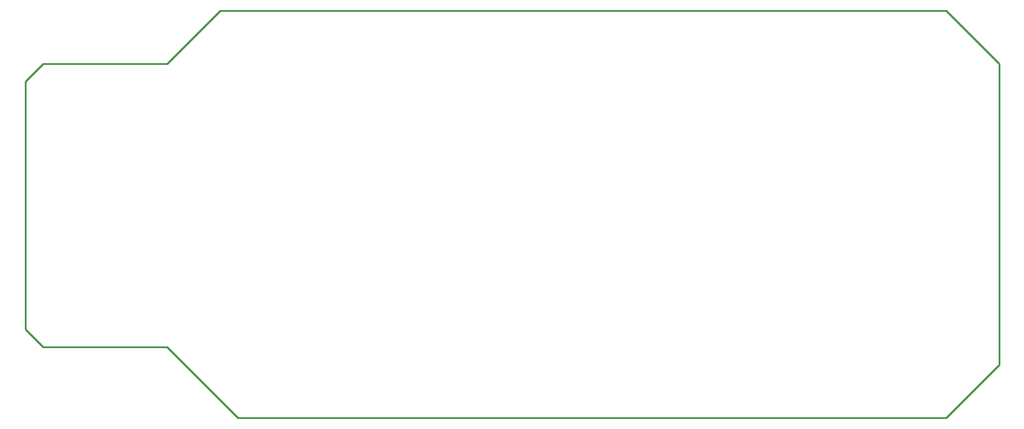
<source format=gko>
G04 Layer: BoardOutline*
G04 EasyEDA v6.3.22, 2020-01-24T18:32:25--3:00*
G04 4d49d37693604a838117592599bc2fa2,3fb4d9e5e1f4485794c53a7e2051cb48,10*
G04 Gerber Generator version 0.2*
G04 Scale: 100 percent, Rotated: No, Reflected: No *
G04 Dimensions in inches *
G04 leading zeros omitted , absolute positions ,2 integer and 4 decimal *
%FSLAX24Y24*%
%MOIN*%
G90*
G70D02*

%ADD10C,0.010000*%
G54D10*
G01X0Y18000D02*
G01X0Y19000D01*
G01X1000Y20000D01*
G01X8000Y20000D01*
G01X11000Y23000D01*
G01X52000Y23000D01*
G01X55000Y20000D01*
G01X55000Y3000D01*
G01X52000Y0D01*
G01X12000Y0D01*
G01X8000Y4000D01*
G01X1000Y4000D01*
G01X0Y5000D01*
G01X0Y18000D01*

%LPD*%
M00*
M02*

</source>
